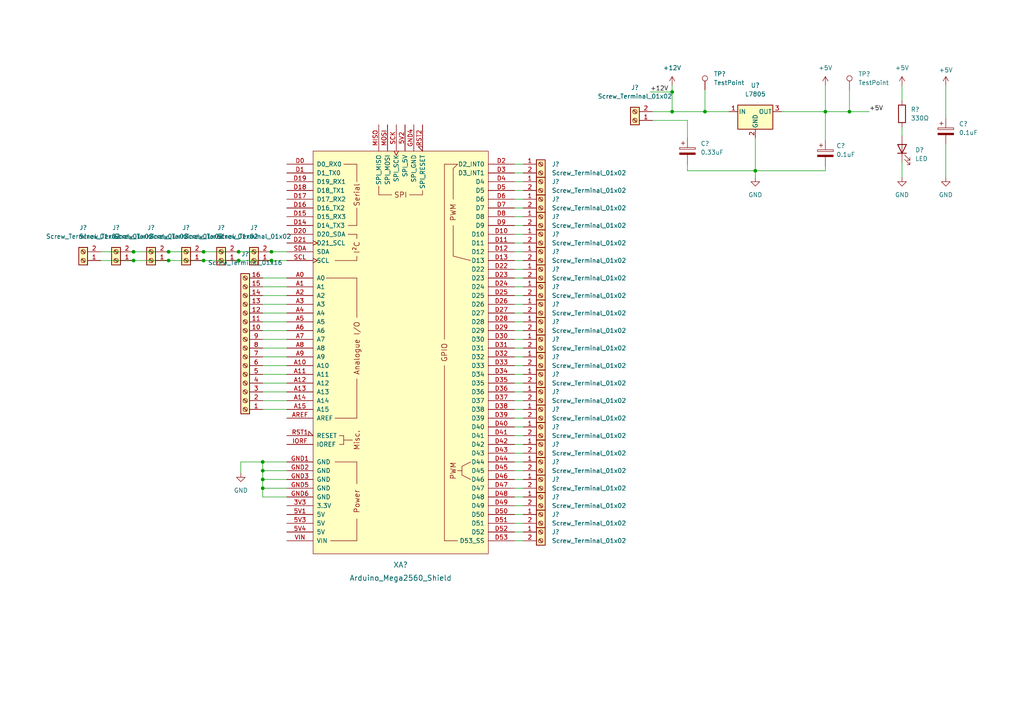
<source format=kicad_sch>
(kicad_sch (version 20211123) (generator eeschema)
  (paper "A4")
  (lib_symbols
    (symbol "Connector:Screw_Terminal_01x02" (pin_names (offset 1.016) hide)
      (property "Reference" "J" (at 0 2.54 0))
      (property "Value" "Screw_Terminal_01x02" (at 0 -5.08 0))
      (symbol "Screw_Terminal_01x02_1_1"
        (rectangle (start -1.27 1.27) (end 1.27 -3.81) (stroke (width 0.254)) (fill (type background)))
        (circle (center 0 -2.54) (radius 0.635) (stroke (width 0.1524)))
        (polyline (pts (xy -0.5334 -2.2098) (xy 0.3302 -3.048)) (stroke (width 0.1524)))
        (polyline (pts (xy -0.5334 0.3302) (xy 0.3302 -0.508)) (stroke (width 0.1524)))
        (polyline (pts (xy -0.3556 -2.032) (xy 0.508 -2.8702)) (stroke (width 0.1524)))
        (polyline (pts (xy -0.3556 0.508) (xy 0.508 -0.3302)) (stroke (width 0.1524)))
        (circle (center 0 0) (radius 0.635) (stroke (width 0.1524)))
        (pin passive line (at -5.08 0 0) (length 3.81) (name "Pin_1") (number "1"))
        (pin passive line (at -5.08 -2.54 0) (length 3.81) (name "Pin_2") (number "2"))
      )
    )
    (symbol "Connector:Screw_Terminal_01x16" (pin_names (offset 1.016) hide)
      (property "Reference" "J" (at 0 20.32 0))
      (property "Value" "Screw_Terminal_01x16" (at 0 -22.86 0))
      (symbol "Screw_Terminal_01x16_1_1"
        (rectangle (start -1.27 19.05) (end 1.27 -21.59) (stroke (width 0.254)) (fill (type background)))
        (circle (center 0 -20.32) (radius 0.635) (stroke (width 0.1524)))
        (circle (center 0 -17.78) (radius 0.635) (stroke (width 0.1524)))
        (circle (center 0 -15.24) (radius 0.635) (stroke (width 0.1524)))
        (circle (center 0 -12.7) (radius 0.635) (stroke (width 0.1524)))
        (circle (center 0 -10.16) (radius 0.635) (stroke (width 0.1524)))
        (circle (center 0 -7.62) (radius 0.635) (stroke (width 0.1524)))
        (circle (center 0 -5.08) (radius 0.635) (stroke (width 0.1524)))
        (circle (center 0 -2.54) (radius 0.635) (stroke (width 0.1524)))
        (polyline (pts (xy -0.5334 -19.9898) (xy 0.3302 -20.828)) (stroke (width 0.1524)))
        (polyline (pts (xy -0.5334 -17.4498) (xy 0.3302 -18.288)) (stroke (width 0.1524)))
        (polyline (pts (xy -0.5334 -14.9098) (xy 0.3302 -15.748)) (stroke (width 0.1524)))
        (polyline (pts (xy -0.5334 -12.3698) (xy 0.3302 -13.208)) (stroke (width 0.1524)))
        (polyline (pts (xy -0.5334 -9.8298) (xy 0.3302 -10.668)) (stroke (width 0.1524)))
        (polyline (pts (xy -0.5334 -7.2898) (xy 0.3302 -8.128)) (stroke (width 0.1524)))
        (polyline (pts (xy -0.5334 -4.7498) (xy 0.3302 -5.588)) (stroke (width 0.1524)))
        (polyline (pts (xy -0.5334 -2.2098) (xy 0.3302 -3.048)) (stroke (width 0.1524)))
        (polyline (pts (xy -0.5334 0.3302) (xy 0.3302 -0.508)) (stroke (width 0.1524)))
        (polyline (pts (xy -0.5334 2.8702) (xy 0.3302 2.032)) (stroke (width 0.1524)))
        (polyline (pts (xy -0.5334 5.4102) (xy 0.3302 4.572)) (stroke (width 0.1524)))
        (polyline (pts (xy -0.5334 7.9502) (xy 0.3302 7.112)) (stroke (width 0.1524)))
        (polyline (pts (xy -0.5334 10.4902) (xy 0.3302 9.652)) (stroke (width 0.1524)))
        (polyline (pts (xy -0.5334 13.0302) (xy 0.3302 12.192)) (stroke (width 0.1524)))
        (polyline (pts (xy -0.5334 15.5702) (xy 0.3302 14.732)) (stroke (width 0.1524)))
        (polyline (pts (xy -0.5334 18.1102) (xy 0.3302 17.272)) (stroke (width 0.1524)))
        (polyline (pts (xy -0.3556 -19.812) (xy 0.508 -20.6502)) (stroke (width 0.1524)))
        (polyline (pts (xy -0.3556 -17.272) (xy 0.508 -18.1102)) (stroke (width 0.1524)))
        (polyline (pts (xy -0.3556 -14.732) (xy 0.508 -15.5702)) (stroke (width 0.1524)))
        (polyline (pts (xy -0.3556 -12.192) (xy 0.508 -13.0302)) (stroke (width 0.1524)))
        (polyline (pts (xy -0.3556 -9.652) (xy 0.508 -10.4902)) (stroke (width 0.1524)))
        (polyline (pts (xy -0.3556 -7.112) (xy 0.508 -7.9502)) (stroke (width 0.1524)))
        (polyline (pts (xy -0.3556 -4.572) (xy 0.508 -5.4102)) (stroke (width 0.1524)))
        (polyline (pts (xy -0.3556 -2.032) (xy 0.508 -2.8702)) (stroke (width 0.1524)))
        (polyline (pts (xy -0.3556 0.508) (xy 0.508 -0.3302)) (stroke (width 0.1524)))
        (polyline (pts (xy -0.3556 3.048) (xy 0.508 2.2098)) (stroke (width 0.1524)))
        (polyline (pts (xy -0.3556 5.588) (xy 0.508 4.7498)) (stroke (width 0.1524)))
        (polyline (pts (xy -0.3556 8.128) (xy 0.508 7.2898)) (stroke (width 0.1524)))
        (polyline (pts (xy -0.3556 10.668) (xy 0.508 9.8298)) (stroke (width 0.1524)))
        (polyline (pts (xy -0.3556 13.208) (xy 0.508 12.3698)) (stroke (width 0.1524)))
        (polyline (pts (xy -0.3556 15.748) (xy 0.508 14.9098)) (stroke (width 0.1524)))
        (polyline (pts (xy -0.3556 18.288) (xy 0.508 17.4498)) (stroke (width 0.1524)))
        (circle (center 0 0) (radius 0.635) (stroke (width 0.1524)))
        (circle (center 0 2.54) (radius 0.635) (stroke (width 0.1524)))
        (circle (center 0 5.08) (radius 0.635) (stroke (width 0.1524)))
        (circle (center 0 7.62) (radius 0.635) (stroke (width 0.1524)))
        (circle (center 0 10.16) (radius 0.635) (stroke (width 0.1524)))
        (circle (center 0 12.7) (radius 0.635) (stroke (width 0.1524)))
        (circle (center 0 15.24) (radius 0.635) (stroke (width 0.1524)))
        (circle (center 0 17.78) (radius 0.635) (stroke (width 0.1524)))
        (pin passive line (at -5.08 17.78 0) (length 3.81) (name "Pin_1") (number "1"))
        (pin passive line (at -5.08 -5.08 0) (length 3.81) (name "Pin_10") (number "10"))
        (pin passive line (at -5.08 -7.62 0) (length 3.81) (name "Pin_11") (number "11"))
        (pin passive line (at -5.08 -10.16 0) (length 3.81) (name "Pin_12") (number "12"))
        (pin passive line (at -5.08 -12.7 0) (length 3.81) (name "Pin_13") (number "13"))
        (pin passive line (at -5.08 -15.24 0) (length 3.81) (name "Pin_14") (number "14"))
        (pin passive line (at -5.08 -17.78 0) (length 3.81) (name "Pin_15") (number "15"))
        (pin passive line (at -5.08 -20.32 0) (length 3.81) (name "Pin_16") (number "16"))
        (pin passive line (at -5.08 15.24 0) (length 3.81) (name "Pin_2") (number "2"))
        (pin passive line (at -5.08 12.7 0) (length 3.81) (name "Pin_3") (number "3"))
        (pin passive line (at -5.08 10.16 0) (length 3.81) (name "Pin_4") (number "4"))
        (pin passive line (at -5.08 7.62 0) (length 3.81) (name "Pin_5") (number "5"))
        (pin passive line (at -5.08 5.08 0) (length 3.81) (name "Pin_6") (number "6"))
        (pin passive line (at -5.08 2.54 0) (length 3.81) (name "Pin_7") (number "7"))
        (pin passive line (at -5.08 0 0) (length 3.81) (name "Pin_8") (number "8"))
        (pin passive line (at -5.08 -2.54 0) (length 3.81) (name "Pin_9") (number "9"))
      )
    )
    (symbol "Connector:TestPoint" (pin_numbers hide) (pin_names (offset 0.762) hide)
      (property "Reference" "TP" (at 0 6.858 0))
      (property "Value" "TestPoint" (at 0 5.08 0))
      (symbol "TestPoint_0_1"
        (circle (center 0 3.302) (radius 0.762))
      )
      (symbol "TestPoint_1_1"
        (pin passive line (at 0 0 90) (length 2.54) (name "1") (number "1"))
      )
    )
    (symbol "Device:C_Polarized" (pin_numbers hide) (pin_names (offset 0.254))
      (property "Reference" "C" (at 0.635 2.54 0))
      (property "Value" "C_Polarized" (at 0.635 -2.54 0))
      (symbol "C_Polarized_0_1"
        (rectangle (start -2.286 0.508) (end 2.286 1.016))
        (polyline (pts (xy -1.778 2.286) (xy -0.762 2.286)))
        (polyline (pts (xy -1.27 2.794) (xy -1.27 1.778)))
        (rectangle (start 2.286 -0.508) (end -2.286 -1.016) (fill (type outline)))
      )
      (symbol "C_Polarized_1_1"
        (pin passive line (at 0 3.81 270) (length 2.794) (name "~") (number "1"))
        (pin passive line (at 0 -3.81 90) (length 2.794) (name "~") (number "2"))
      )
    )
    (symbol "Device:LED" (pin_numbers hide) (pin_names (offset 1.016) hide)
      (property "Reference" "D" (at 0 2.54 0))
      (property "Value" "LED" (at 0 -2.54 0))
      (symbol "LED_0_1"
        (polyline (pts (xy -1.27 -1.27) (xy -1.27 1.27)) (stroke (width 0.254)))
        (polyline (pts (xy -1.27 0) (xy 1.27 0)))
        (polyline (pts (xy 1.27 -1.27) (xy 1.27 1.27) (xy -1.27 0) (xy 1.27 -1.27)) (stroke (width 0.254)))
        (polyline (pts (xy -3.048 -0.762) (xy -4.572 -2.286) (xy -3.81 -2.286) (xy -4.572 -2.286) (xy -4.572 -1.524)))
        (polyline (pts (xy -1.778 -0.762) (xy -3.302 -2.286) (xy -2.54 -2.286) (xy -3.302 -2.286) (xy -3.302 -1.524)))
      )
      (symbol "LED_1_1"
        (pin passive line (at -3.81 0 0) (length 2.54) (name "K") (number "1"))
        (pin passive line (at 3.81 0 180) (length 2.54) (name "A") (number "2"))
      )
    )
    (symbol "Device:R" (pin_numbers hide) (pin_names (offset 0))
      (property "Reference" "R" (at 2.032 0 90))
      (property "Value" "R" (at 0 0 90))
      (symbol "R_0_1"
        (rectangle (start -1.016 -2.54) (end 1.016 2.54) (stroke (width 0.254)))
      )
      (symbol "R_1_1"
        (pin passive line (at 0 3.81 270) (length 1.27) (name "~") (number "1"))
        (pin passive line (at 0 -3.81 90) (length 1.27) (name "~") (number "2"))
      )
    )
    (symbol "Regulator_Linear:L7805" (pin_names (offset 0.254))
      (property "Reference" "U" (at -3.81 3.175 0))
      (property "Value" "L7805" (at 0 3.175 0))
      (symbol "L7805_0_1"
        (rectangle (start -5.08 1.905) (end 5.08 -5.08) (stroke (width 0.254)) (fill (type background)))
      )
      (symbol "L7805_1_1"
        (pin power_in line (at -7.62 0 0) (length 2.54) (name "IN") (number "1"))
        (pin power_in line (at 0 -7.62 90) (length 2.54) (name "GND") (number "2"))
        (pin power_out line (at 7.62 0 180) (length 2.54) (name "OUT") (number "3"))
      )
    )
    (symbol "arduino:Arduino_Mega2560_Shield" (pin_names (offset 1.016))
      (property "Reference" "XA" (at 2.54 0 90))
      (property "Value" "Arduino_Mega2560_Shield" (at -2.54 0 90))
      (symbol "Arduino_Mega2560_Shield_0_0"
        (rectangle (start -25.4 -58.42) (end 25.4 58.42) (fill (type background)))
        (rectangle (start -20.32 -54.61) (end -12.7 -54.61))
        (rectangle (start -19.05 -31.75) (end -12.7 -31.75))
        (rectangle (start -19.05 -19.05) (end -12.7 -19.05))
        (rectangle (start -19.05 26.67) (end -12.7 26.67))
        (rectangle (start -17.78 -26.67) (end -16.51 -26.67))
        (rectangle (start -17.78 -24.13) (end -16.51 -24.13))
        (rectangle (start -16.51 -25.4) (end -13.97 -25.4))
        (rectangle (start -16.51 -24.13) (end -16.51 -26.67))
        (rectangle (start -16.51 54.61) (end -12.7 54.61))
        (rectangle (start -15.24 34.29) (end -12.7 34.29))
        (rectangle (start -15.24 36.83) (end -12.7 36.83))
        (rectangle (start -12.7 -54.61) (end -12.7 -48.26))
        (rectangle (start -12.7 -31.75) (end -12.7 -38.1))
        (rectangle (start -12.7 26.67) (end -12.7 27.94))
        (rectangle (start -12.7 34.29) (end -12.7 33.02))
        (rectangle (start -12.7 41.91) (end -12.7 36.83))
        (rectangle (start -12.7 49.53) (end -12.7 54.61))
        (rectangle (start -6.35 48.26) (end -6.35 45.72))
        (rectangle (start -2.54 45.72) (end -6.35 45.72))
        (polyline (pts (xy -21.59 21.59) (xy -12.7 21.59)))
        (polyline (pts (xy -12.7 -19.05) (xy -12.7 -7.62)))
        (polyline (pts (xy -12.7 10.16) (xy -12.7 21.59)))
        (polyline (pts (xy 12.7 -54.61) (xy 16.51 -54.61)))
        (polyline (pts (xy 12.7 54.61) (xy 16.51 54.61)))
        (polyline (pts (xy 17.78 -34.29) (xy 16.51 -34.29)))
        (polyline (pts (xy 15.24 36.83) (xy 15.24 27.94) (xy 20.32 26.67)))
        (polyline (pts (xy 15.24 44.45) (xy 15.24 53.34) (xy 16.51 54.61)))
        (polyline (pts (xy 20.32 -31.75) (xy 17.78 -33.02) (xy 17.78 -35.56) (xy 20.32 -36.83)))
        (rectangle (start 6.35 45.72) (end 2.54 45.72))
        (rectangle (start 6.35 46.99) (end 6.35 45.72))
        (text "Analogue I/O" (at -12.7 1.27 900) (effects (font (size 1.524 1.524))))
        (text "I²C" (at -12.7 30.48 900) (effects (font (size 1.524 1.524))))
        (text "Misc." (at -12.7 -25.4 900) (effects (font (size 1.524 1.524))))
        (text "Power" (at -12.7 -43.18 900) (effects (font (size 1.524 1.524))))
        (text "PWM" (at 15.24 -34.29 900) (effects (font (size 1.524 1.524))))
        (text "PWM" (at 15.24 40.64 900) (effects (font (size 1.524 1.524))))
        (text "Serial" (at -12.7 45.72 900) (effects (font (size 1.524 1.524))))
        (text "SPI" (at 0 45.72 0) (effects (font (size 1.524 1.524))))
      )
      (symbol "Arduino_Mega2560_Shield_1_0"
        (rectangle (start 12.7 -54.61) (end 12.7 -3.81))
        (rectangle (start 12.7 54.61) (end 12.7 3.81))
        (text "GPIO" (at 12.7 0 900) (effects (font (size 1.524 1.524))))
      )
      (symbol "Arduino_Mega2560_Shield_1_1"
        (pin power_in line (at -33.02 -44.45 0) (length 7.62) (name "3.3V") (number "3V3"))
        (pin power_in line (at -33.02 -46.99 0) (length 7.62) (name "5V") (number "5V1"))
        (pin power_in line (at 1.27 66.04 270) (length 7.62) (name "SPI_5V") (number "5V2"))
        (pin power_in line (at -33.02 -49.53 0) (length 7.62) (name "5V") (number "5V3"))
        (pin power_in line (at -33.02 -52.07 0) (length 7.62) (name "5V") (number "5V4"))
        (pin bidirectional line (at -33.02 21.59 0) (length 7.62) (name "A0") (number "A0"))
        (pin bidirectional line (at -33.02 19.05 0) (length 7.62) (name "A1") (number "A1"))
        (pin bidirectional line (at -33.02 -3.81 0) (length 7.62) (name "A10") (number "A10"))
        (pin bidirectional line (at -33.02 -6.35 0) (length 7.62) (name "A11") (number "A11"))
        (pin bidirectional line (at -33.02 -8.89 0) (length 7.62) (name "A12") (number "A12"))
        (pin bidirectional line (at -33.02 -11.43 0) (length 7.62) (name "A13") (number "A13"))
        (pin bidirectional line (at -33.02 -13.97 0) (length 7.62) (name "A14") (number "A14"))
        (pin bidirectional line (at -33.02 -16.51 0) (length 7.62) (name "A15") (number "A15"))
        (pin bidirectional line (at -33.02 16.51 0) (length 7.62) (name "A2") (number "A2"))
        (pin bidirectional line (at -33.02 13.97 0) (length 7.62) (name "A3") (number "A3"))
        (pin bidirectional line (at -33.02 11.43 0) (length 7.62) (name "A4") (number "A4"))
        (pin bidirectional line (at -33.02 8.89 0) (length 7.62) (name "A5") (number "A5"))
        (pin bidirectional line (at -33.02 6.35 0) (length 7.62) (name "A6") (number "A6"))
        (pin bidirectional line (at -33.02 3.81 0) (length 7.62) (name "A7") (number "A7"))
        (pin bidirectional line (at -33.02 1.27 0) (length 7.62) (name "A8") (number "A8"))
        (pin bidirectional line (at -33.02 -1.27 0) (length 7.62) (name "A9") (number "A9"))
        (pin input line (at -33.02 -19.05 0) (length 7.62) (name "AREF") (number "AREF"))
        (pin bidirectional line (at -33.02 54.61 0) (length 7.62) (name "D0_RX0") (number "D0"))
        (pin bidirectional line (at -33.02 52.07 0) (length 7.62) (name "D1_TX0") (number "D1"))
        (pin bidirectional line (at 33.02 34.29 180) (length 7.62) (name "D10") (number "D10"))
        (pin bidirectional line (at 33.02 31.75 180) (length 7.62) (name "D11") (number "D11"))
        (pin bidirectional line (at 33.02 29.21 180) (length 7.62) (name "D12") (number "D12"))
        (pin bidirectional line (at 33.02 26.67 180) (length 7.62) (name "D13") (number "D13"))
        (pin bidirectional line (at -33.02 36.83 0) (length 7.62) (name "D14_TX3") (number "D14"))
        (pin bidirectional line (at -33.02 39.37 0) (length 7.62) (name "D15_RX3") (number "D15"))
        (pin bidirectional line (at -33.02 41.91 0) (length 7.62) (name "D16_TX2") (number "D16"))
        (pin bidirectional line (at -33.02 44.45 0) (length 7.62) (name "D17_RX2") (number "D17"))
        (pin bidirectional line (at -33.02 46.99 0) (length 7.62) (name "D18_TX1") (number "D18"))
        (pin bidirectional line (at -33.02 49.53 0) (length 7.62) (name "D19_RX1") (number "D19"))
        (pin bidirectional line (at 33.02 54.61 180) (length 7.62) (name "D2_INT0") (number "D2"))
        (pin bidirectional line (at -33.02 34.29 0) (length 7.62) (name "D20_SDA") (number "D20"))
        (pin bidirectional clock (at -33.02 31.75 0) (length 7.62) (name "D21_SCL") (number "D21"))
        (pin bidirectional line (at 33.02 24.13 180) (length 7.62) (name "D22") (number "D22"))
        (pin bidirectional line (at 33.02 21.59 180) (length 7.62) (name "D23") (number "D23"))
        (pin bidirectional line (at 33.02 19.05 180) (length 7.62) (name "D24") (number "D24"))
        (pin bidirectional line (at 33.02 16.51 180) (length 7.62) (name "D25") (number "D25"))
        (pin bidirectional line (at 33.02 13.97 180) (length 7.62) (name "D26") (number "D26"))
        (pin bidirectional line (at 33.02 11.43 180) (length 7.62) (name "D27") (number "D27"))
        (pin bidirectional line (at 33.02 8.89 180) (length 7.62) (name "D28") (number "D28"))
        (pin bidirectional line (at 33.02 6.35 180) (length 7.62) (name "D29") (number "D29"))
        (pin bidirectional line (at 33.02 52.07 180) (length 7.62) (name "D3_INT1") (number "D3"))
        (pin bidirectional line (at 33.02 3.81 180) (length 7.62) (name "D30") (number "D30"))
        (pin bidirectional line (at 33.02 1.27 180) (length 7.62) (name "D31") (number "D31"))
        (pin bidirectional line (at 33.02 -1.27 180) (length 7.62) (name "D32") (number "D32"))
        (pin bidirectional line (at 33.02 -3.81 180) (length 7.62) (name "D33") (number "D33"))
        (pin bidirectional line (at 33.02 -6.35 180) (length 7.62) (name "D34") (number "D34"))
        (pin bidirectional line (at 33.02 -8.89 180) (length 7.62) (name "D35") (number "D35"))
        (pin bidirectional line (at 33.02 -11.43 180) (length 7.62) (name "D36") (number "D36"))
        (pin bidirectional line (at 33.02 -13.97 180) (length 7.62) (name "D37") (number "D37"))
        (pin bidirectional line (at 33.02 -16.51 180) (length 7.62) (name "D38") (number "D38"))
        (pin bidirectional line (at 33.02 -19.05 180) (length 7.62) (name "D39") (number "D39"))
        (pin bidirectional line (at 33.02 49.53 180) (length 7.62) (name "D4") (number "D4"))
        (pin bidirectional line (at 33.02 -21.59 180) (length 7.62) (name "D40") (number "D40"))
        (pin bidirectional line (at 33.02 -24.13 180) (length 7.62) (name "D41") (number "D41"))
        (pin bidirectional line (at 33.02 -26.67 180) (length 7.62) (name "D42") (number "D42"))
        (pin bidirectional line (at 33.02 -29.21 180) (length 7.62) (name "D43") (number "D43"))
        (pin bidirectional line (at 33.02 -31.75 180) (length 7.62) (name "D44") (number "D44"))
        (pin bidirectional line (at 33.02 -34.29 180) (length 7.62) (name "D45") (number "D45"))
        (pin bidirectional line (at 33.02 -36.83 180) (length 7.62) (name "D46") (number "D46"))
        (pin bidirectional line (at 33.02 -39.37 180) (length 7.62) (name "D47") (number "D47"))
        (pin bidirectional line (at 33.02 -41.91 180) (length 7.62) (name "D48") (number "D48"))
        (pin bidirectional line (at 33.02 -44.45 180) (length 7.62) (name "D49") (number "D49"))
        (pin bidirectional line (at 33.02 46.99 180) (length 7.62) (name "D5") (number "D5"))
        (pin bidirectional line (at 33.02 -46.99 180) (length 7.62) (name "D50") (number "D50"))
        (pin bidirectional line (at 33.02 -49.53 180) (length 7.62) (name "D51") (number "D51"))
        (pin bidirectional line (at 33.02 -52.07 180) (length 7.62) (name "D52") (number "D52"))
        (pin bidirectional line (at 33.02 -54.61 180) (length 7.62) (name "D53_SS") (number "D53"))
        (pin bidirectional line (at 33.02 44.45 180) (length 7.62) (name "D6") (number "D6"))
        (pin bidirectional line (at 33.02 41.91 180) (length 7.62) (name "D7") (number "D7"))
        (pin bidirectional line (at 33.02 39.37 180) (length 7.62) (name "D8") (number "D8"))
        (pin bidirectional line (at 33.02 36.83 180) (length 7.62) (name "D9") (number "D9"))
        (pin power_in line (at -33.02 -31.75 0) (length 7.62) (name "GND") (number "GND1"))
        (pin power_in line (at -33.02 -34.29 0) (length 7.62) (name "GND") (number "GND2"))
        (pin power_in line (at -33.02 -36.83 0) (length 7.62) (name "GND") (number "GND3"))
        (pin power_in line (at 3.81 66.04 270) (length 7.62) (name "SPI_GND") (number "GND4"))
        (pin power_in line (at -33.02 -39.37 0) (length 7.62) (name "GND") (number "GND5"))
        (pin power_in line (at -33.02 -41.91 0) (length 7.62) (name "GND") (number "GND6"))
        (pin output line (at -33.02 -26.67 0) (length 7.62) (name "IOREF") (number "IORF"))
        (pin input line (at -6.35 66.04 270) (length 7.62) (name "SPI_MISO") (number "MISO"))
        (pin output line (at -3.81 66.04 270) (length 7.62) (name "SPI_MOSI") (number "MOSI"))
        (pin open_collector input_low (at -33.02 -24.13 0) (length 7.62) (name "RESET") (number "RST1"))
        (pin open_collector input_low (at 6.35 66.04 270) (length 7.62) (name "SPI_RESET") (number "RST2"))
        (pin output clock (at -1.27 66.04 270) (length 7.62) (name "SPI_SCK") (number "SCK"))
        (pin bidirectional clock (at -33.02 26.67 0) (length 7.62) (name "SCL") (number "SCL"))
        (pin bidirectional line (at -33.02 29.21 0) (length 7.62) (name "SDA") (number "SDA"))
        (pin power_in line (at -33.02 -54.61 0) (length 7.62) (name "VIN") (number "VIN"))
      )
    )
    (symbol "power:+12V" (power) (pin_names (offset 0))
      (property "Value" "+12V" (at 0 3.556 0))
      (symbol "+12V_0_1"
        (polyline (pts (xy -0.762 1.27) (xy 0 2.54)))
        (polyline (pts (xy 0 0) (xy 0 2.54)))
        (polyline (pts (xy 0 2.54) (xy 0.762 1.27)))
      )
      (symbol "+12V_1_1"
        (pin power_in line (at 0 0 90) (length 0) hide (name "+12V") (number "1"))
      )
    )
    (symbol "power:+5V" (power) (pin_names (offset 0))
      (property "Value" "+5V" (at 0 3.556 0))
      (symbol "+5V_0_1"
        (polyline (pts (xy -0.762 1.27) (xy 0 2.54)))
        (polyline (pts (xy 0 0) (xy 0 2.54)))
        (polyline (pts (xy 0 2.54) (xy 0.762 1.27)))
      )
      (symbol "+5V_1_1"
        (pin power_in line (at 0 0 90) (length 0) hide (name "+5V") (number "1"))
      )
    )
    (symbol "power:GND" (power) (pin_names (offset 0))
      (property "Value" "GND" (at 0 -3.81 0))
      (symbol "GND_0_1"
        (polyline (pts (xy 0 0) (xy 0 -1.27) (xy 1.27 -1.27) (xy 0 -2.54) (xy -1.27 -1.27) (xy 0 -1.27)))
      )
      (symbol "GND_1_1"
        (pin power_in line (at 0 0 270) (length 0) hide (name "GND") (number "1"))
      )
    )
  )
  (junction (at 78.74 75.565))
  (junction (at 239.395 32.385))
  (junction (at 204.47 32.385))
  (junction (at 194.945 32.385))
  (junction (at 78.74 73.025))
  (junction (at 48.895 75.565))
  (junction (at 69.215 75.565))
  (junction (at 246.38 32.385))
  (junction (at 59.055 73.025))
  (junction (at 76.2 136.525))
  (junction (at 69.215 73.025))
  (junction (at 76.2 139.065))
  (junction (at 219.075 49.53))
  (junction (at 59.055 75.565))
  (junction (at 48.895 73.025))
  (junction (at 76.2 141.605))
  (junction (at 194.945 26.67))
  (junction (at 76.2 133.985))
  (junction (at 38.735 73.025))
  (junction (at 38.735 75.565))
  (wire (pts (xy 151.765 100.965) (xy 149.225 100.965)))
  (wire (pts (xy 151.765 62.865) (xy 149.225 62.865)))
  (wire (pts (xy 69.85 133.985) (xy 76.2 133.985)))
  (wire (pts (xy 246.38 26.035) (xy 246.38 32.385)))
  (wire (pts (xy 151.765 118.745) (xy 149.225 118.745)))
  (wire (pts (xy 151.765 60.325) (xy 149.225 60.325)))
  (wire (pts (xy 151.765 50.165) (xy 149.225 50.165)))
  (wire (pts (xy 274.32 24.765) (xy 274.32 34.29)))
  (wire (pts (xy 151.765 70.485) (xy 149.225 70.485)))
  (wire (pts (xy 219.075 40.005) (xy 219.075 49.53)))
  (wire (pts (xy 219.075 51.435) (xy 219.075 49.53)))
  (wire (pts (xy 76.2 141.605) (xy 76.2 139.065)))
  (wire (pts (xy 29.21 73.025) (xy 38.735 73.025)))
  (wire (pts (xy 29.21 75.565) (xy 38.735 75.565)))
  (wire (pts (xy 151.765 65.405) (xy 149.225 65.405)))
  (wire (pts (xy 151.765 126.365) (xy 149.225 126.365)))
  (wire (pts (xy 151.765 52.705) (xy 149.225 52.705)))
  (wire (pts (xy 76.2 139.065) (xy 76.2 136.525)))
  (wire (pts (xy 38.735 73.025) (xy 48.895 73.025)))
  (wire (pts (xy 151.765 98.425) (xy 149.225 98.425)))
  (wire (pts (xy 151.765 90.805) (xy 149.225 90.805)))
  (wire (pts (xy 199.39 34.925) (xy 199.39 40.005)))
  (wire (pts (xy 76.2 106.045) (xy 83.185 106.045)))
  (wire (pts (xy 261.62 24.765) (xy 261.62 29.21)))
  (wire (pts (xy 76.2 85.725) (xy 83.185 85.725)))
  (wire (pts (xy 76.2 144.145) (xy 76.2 141.605)))
  (wire (pts (xy 76.2 113.665) (xy 83.185 113.665)))
  (wire (pts (xy 76.2 111.125) (xy 83.185 111.125)))
  (wire (pts (xy 151.765 108.585) (xy 149.225 108.585)))
  (wire (pts (xy 239.395 49.53) (xy 239.395 48.26)))
  (wire (pts (xy 151.765 73.025) (xy 149.225 73.025)))
  (wire (pts (xy 151.765 136.525) (xy 149.225 136.525)))
  (wire (pts (xy 76.2 133.985) (xy 83.185 133.985)))
  (wire (pts (xy 76.2 95.885) (xy 83.185 95.885)))
  (wire (pts (xy 38.735 75.565) (xy 48.895 75.565)))
  (wire (pts (xy 239.395 24.765) (xy 239.395 32.385)))
  (wire (pts (xy 83.185 141.605) (xy 76.2 141.605)))
  (wire (pts (xy 189.23 34.925) (xy 199.39 34.925)))
  (wire (pts (xy 76.2 83.185) (xy 83.185 83.185)))
  (wire (pts (xy 151.765 47.625) (xy 149.225 47.625)))
  (wire (pts (xy 59.055 73.025) (xy 69.215 73.025)))
  (wire (pts (xy 151.765 139.065) (xy 149.225 139.065)))
  (wire (pts (xy 76.2 80.645) (xy 83.185 80.645)))
  (wire (pts (xy 151.765 106.045) (xy 149.225 106.045)))
  (wire (pts (xy 76.2 90.805) (xy 83.185 90.805)))
  (wire (pts (xy 151.765 123.825) (xy 149.225 123.825)))
  (wire (pts (xy 151.765 151.765) (xy 149.225 151.765)))
  (wire (pts (xy 76.2 136.525) (xy 76.2 133.985)))
  (wire (pts (xy 204.47 32.385) (xy 194.945 32.385)))
  (wire (pts (xy 261.62 51.435) (xy 261.62 46.99)))
  (wire (pts (xy 151.765 83.185) (xy 149.225 83.185)))
  (wire (pts (xy 151.765 121.285) (xy 149.225 121.285)))
  (wire (pts (xy 151.765 131.445) (xy 149.225 131.445)))
  (wire (pts (xy 151.765 85.725) (xy 149.225 85.725)))
  (wire (pts (xy 151.765 67.945) (xy 149.225 67.945)))
  (wire (pts (xy 151.765 78.105) (xy 149.225 78.105)))
  (wire (pts (xy 194.945 32.385) (xy 189.23 32.385)))
  (wire (pts (xy 69.215 73.025) (xy 78.74 73.025)))
  (wire (pts (xy 76.2 103.505) (xy 83.185 103.505)))
  (wire (pts (xy 188.595 26.67) (xy 194.945 26.67)))
  (wire (pts (xy 151.765 154.305) (xy 149.225 154.305)))
  (wire (pts (xy 83.185 136.525) (xy 76.2 136.525)))
  (wire (pts (xy 83.185 144.145) (xy 76.2 144.145)))
  (wire (pts (xy 151.765 75.565) (xy 149.225 75.565)))
  (wire (pts (xy 151.765 156.845) (xy 149.225 156.845)))
  (wire (pts (xy 151.765 141.605) (xy 149.225 141.605)))
  (wire (pts (xy 151.765 80.645) (xy 149.225 80.645)))
  (wire (pts (xy 151.765 113.665) (xy 149.225 113.665)))
  (wire (pts (xy 151.765 57.785) (xy 149.225 57.785)))
  (wire (pts (xy 151.765 149.225) (xy 149.225 149.225)))
  (wire (pts (xy 76.2 118.745) (xy 83.185 118.745)))
  (wire (pts (xy 76.2 93.345) (xy 83.185 93.345)))
  (wire (pts (xy 59.055 75.565) (xy 69.215 75.565)))
  (wire (pts (xy 151.765 116.205) (xy 149.225 116.205)))
  (wire (pts (xy 151.765 144.145) (xy 149.225 144.145)))
  (wire (pts (xy 151.765 146.685) (xy 149.225 146.685)))
  (wire (pts (xy 199.39 47.625) (xy 199.39 49.53)))
  (wire (pts (xy 151.765 103.505) (xy 149.225 103.505)))
  (wire (pts (xy 204.47 26.035) (xy 204.47 32.385)))
  (wire (pts (xy 246.38 32.385) (xy 239.395 32.385)))
  (wire (pts (xy 151.765 88.265) (xy 149.225 88.265)))
  (wire (pts (xy 274.32 51.435) (xy 274.32 41.91)))
  (wire (pts (xy 151.765 133.985) (xy 149.225 133.985)))
  (wire (pts (xy 219.075 49.53) (xy 239.395 49.53)))
  (wire (pts (xy 78.74 75.565) (xy 83.185 75.565)))
  (wire (pts (xy 261.62 36.83) (xy 261.62 39.37)))
  (wire (pts (xy 199.39 49.53) (xy 219.075 49.53)))
  (wire (pts (xy 246.38 32.385) (xy 252.095 32.385)))
  (wire (pts (xy 76.2 116.205) (xy 83.185 116.205)))
  (wire (pts (xy 204.47 32.385) (xy 211.455 32.385)))
  (wire (pts (xy 76.2 100.965) (xy 83.185 100.965)))
  (wire (pts (xy 226.695 32.385) (xy 239.395 32.385)))
  (wire (pts (xy 151.765 93.345) (xy 149.225 93.345)))
  (wire (pts (xy 151.765 111.125) (xy 149.225 111.125)))
  (wire (pts (xy 76.2 108.585) (xy 83.185 108.585)))
  (wire (pts (xy 194.945 24.765) (xy 194.945 26.67)))
  (wire (pts (xy 76.2 88.265) (xy 83.185 88.265)))
  (wire (pts (xy 239.395 32.385) (xy 239.395 40.64)))
  (wire (pts (xy 48.895 73.025) (xy 59.055 73.025)))
  (wire (pts (xy 76.2 98.425) (xy 83.185 98.425)))
  (wire (pts (xy 194.945 26.67) (xy 194.945 32.385)))
  (wire (pts (xy 48.895 75.565) (xy 59.055 75.565)))
  (wire (pts (xy 151.765 95.885) (xy 149.225 95.885)))
  (wire (pts (xy 151.765 55.245) (xy 149.225 55.245)))
  (wire (pts (xy 69.85 133.985) (xy 69.85 137.16)))
  (wire (pts (xy 83.185 139.065) (xy 76.2 139.065)))
  (wire (pts (xy 78.74 73.025) (xy 83.185 73.025)))
  (wire (pts (xy 151.765 128.905) (xy 149.225 128.905)))
  (wire (pts (xy 69.215 75.565) (xy 78.74 75.565)))
  (label "+5V" (at 252.095 32.385 0))
  (label "+12V" (at 188.595 26.67 0))
  (symbol (lib_id "Connector:Screw_Terminal_01x02") (at 156.845 108.585 0) (unit 1)
    (property "Reference" "J?" (at 160.02 108.5849 0) (effects (justify left)))
    (property "Value" "Screw_Terminal_01x02" (at 160.02 111.1249 0) (effects (justify left)))
  )
  (symbol (lib_id "Connector:Screw_Terminal_01x02") (at 156.845 47.625 0) (unit 1)
    (property "Reference" "J?" (at 160.02 47.6249 0) (effects (justify left)))
    (property "Value" "Screw_Terminal_01x02" (at 160.02 50.1649 0) (effects (justify left)))
  )
  (symbol (lib_id "Device:LED") (at 261.62 43.18 90) (unit 1)
    (property "Reference" "D?" (at 265.43 43.4974 90) (effects (justify right)))
    (property "Value" "LED" (at 265.43 46.0374 90) (effects (justify right)))
    (property "Footprint" "LED_THT:LED_D5.0mm" (effects hide))
  )
  (symbol (lib_id "power:GND") (at 274.32 51.435 0) (unit 1)
    (property "Reference" "#PWR?" (effects hide))
    (property "Value" "GND" (at 274.32 56.515 0))
  )
  (symbol (lib_id "Device:C_Polarized") (at 199.39 43.815 0) (unit 1)
    (property "Reference" "C?" (at 203.2 41.6559 0) (effects (justify left)))
    (property "Value" "0.33uF" (at 203.2 44.1959 0) (effects (justify left)))
    (property "Footprint" "Capacitor_THT:CP_Radial_D5.0mm_P2.50mm" (effects hide))
  )
  (symbol (lib_id "Connector:Screw_Terminal_01x02") (at 156.845 83.185 0) (unit 1)
    (property "Reference" "J?" (at 160.02 83.1849 0) (effects (justify left)))
    (property "Value" "Screw_Terminal_01x02" (at 160.02 85.7249 0) (effects (justify left)))
  )
  (symbol (lib_id "Connector:Screw_Terminal_01x02") (at 156.845 93.345 0) (unit 1)
    (property "Reference" "J?" (at 160.02 93.3449 0) (effects (justify left)))
    (property "Value" "Screw_Terminal_01x02" (at 160.02 95.8849 0) (effects (justify left)))
  )
  (symbol (lib_id "Connector:TestPoint") (at 204.47 26.035 0) (unit 1)
    (property "Reference" "TP?" (at 207.01 21.4629 0) (effects (justify left)))
    (property "Value" "TestPoint" (at 207.01 24.0029 0) (effects (justify left)))
    (property "Footprint" "TestPoint:TestPoint_Pad_D1.5mm" (effects hide))
  )
  (symbol (lib_id "Connector:Screw_Terminal_01x02") (at 156.845 52.705 0) (unit 1)
    (property "Reference" "J?" (at 160.02 52.7049 0) (effects (justify left)))
    (property "Value" "Screw_Terminal_01x02" (at 160.02 55.2449 0) (effects (justify left)))
  )
  (symbol (lib_id "Connector:Screw_Terminal_01x02") (at 156.845 88.265 0) (unit 1)
    (property "Reference" "J?" (at 160.02 88.2649 0) (effects (justify left)))
    (property "Value" "Screw_Terminal_01x02" (at 160.02 90.8049 0) (effects (justify left)))
  )
  (symbol (lib_id "Connector:Screw_Terminal_01x02") (at 156.845 98.425 0) (unit 1)
    (property "Reference" "J?" (at 160.02 98.4249 0) (effects (justify left)))
    (property "Value" "Screw_Terminal_01x02" (at 160.02 100.9649 0) (effects (justify left)))
  )
  (symbol (lib_id "Device:R") (at 261.62 33.02 0) (unit 1)
    (property "Reference" "R?" (at 264.16 31.7499 0) (effects (justify left)))
    (property "Value" "330Ω" (at 264.16 34.2899 0) (effects (justify left)))
    (property "Footprint" "Resistor_THT:R_Axial_DIN0207_L6.3mm_D2.5mm_P10.16mm_Horizontal" (effects hide))
  )
  (symbol (lib_id "power:+12V") (at 194.945 24.765 0) (unit 1)
    (property "Reference" "#PWR?" (effects hide))
    (property "Value" "+12V" (at 194.945 19.685 0))
  )
  (symbol (lib_id "arduino:Arduino_Mega2560_Shield") (at 116.205 102.235 0) (unit 1)
    (property "Reference" "XA?" (at 116.205 163.83 0) (effects (font (size 1.524 1.524))))
    (property "Value" "Arduino_Mega2560_Shield" (at 116.205 167.64 0) (effects (font (size 1.524 1.524))))
    (property "Footprint" "Arduino:Arduino_Mega2560_Shield" (effects hide))
    (property "Datasheet" "https://store.arduino.cc/arduino-mega-2560-rev3" (effects hide))
  )
  (symbol (lib_id "power:+5V") (at 239.395 24.765 0) (unit 1)
    (property "Reference" "#PWR?" (effects hide))
    (property "Value" "+5V" (at 239.395 19.685 0))
  )
  (symbol (lib_id "Connector:Screw_Terminal_01x02") (at 156.845 139.065 0) (unit 1)
    (property "Reference" "J?" (at 160.02 139.0649 0) (effects (justify left)))
    (property "Value" "Screw_Terminal_01x02" (at 160.02 141.6049 0) (effects (justify left)))
  )
  (symbol (lib_id "Connector:Screw_Terminal_01x02") (at 53.975 75.565 180) (unit 1)
    (property "Reference" "J?" (at 53.975 66.04 0))
    (property "Value" "Screw_Terminal_01x02" (at 53.975 68.58 0))
  )
  (symbol (lib_id "Connector:Screw_Terminal_01x02") (at 33.655 75.565 180) (unit 1)
    (property "Reference" "J?" (at 33.655 66.04 0))
    (property "Value" "Screw_Terminal_01x02" (at 33.655 68.58 0))
  )
  (symbol (lib_id "Connector:Screw_Terminal_01x02") (at 156.845 118.745 0) (unit 1)
    (property "Reference" "J?" (at 160.02 118.7449 0) (effects (justify left)))
    (property "Value" "Screw_Terminal_01x02" (at 160.02 121.2849 0) (effects (justify left)))
  )
  (symbol (lib_id "power:GND") (at 219.075 51.435 0) (unit 1)
    (property "Reference" "#PWR?" (effects hide))
    (property "Value" "GND" (at 219.075 56.515 0))
  )
  (symbol (lib_id "power:+5V") (at 261.62 24.765 0) (unit 1)
    (property "Reference" "#PWR?" (effects hide))
    (property "Value" "+5V" (at 261.62 19.685 0))
  )
  (symbol (lib_id "Device:C_Polarized") (at 274.32 38.1 0) (unit 1)
    (property "Reference" "C?" (at 278.13 35.9409 0) (effects (justify left)))
    (property "Value" "0.1uF" (at 278.13 38.4809 0) (effects (justify left)))
    (property "Footprint" "Capacitor_THT:CP_Radial_D5.0mm_P2.50mm" (effects hide))
  )
  (symbol (lib_id "Connector:Screw_Terminal_01x16") (at 71.12 100.965 180) (unit 1)
    (property "Reference" "J?" (at 71.12 73.66 0))
    (property "Value" "Screw_Terminal_01x16" (at 71.12 76.2 0))
  )
  (symbol (lib_id "Connector:Screw_Terminal_01x02") (at 156.845 123.825 0) (unit 1)
    (property "Reference" "J?" (at 160.02 123.8249 0) (effects (justify left)))
    (property "Value" "Screw_Terminal_01x02" (at 160.02 126.3649 0) (effects (justify left)))
  )
  (symbol (lib_id "Connector:Screw_Terminal_01x02") (at 156.845 67.945 0) (unit 1)
    (property "Reference" "J?" (at 160.02 67.9449 0) (effects (justify left)))
    (property "Value" "Screw_Terminal_01x02" (at 160.02 70.4849 0) (effects (justify left)))
  )
  (symbol (lib_id "Connector:Screw_Terminal_01x02") (at 156.845 128.905 0) (unit 1)
    (property "Reference" "J?" (at 160.02 128.9049 0) (effects (justify left)))
    (property "Value" "Screw_Terminal_01x02" (at 160.02 131.4449 0) (effects (justify left)))
  )
  (symbol (lib_id "Connector:Screw_Terminal_01x02") (at 24.13 75.565 180) (unit 1)
    (property "Reference" "J?" (at 24.13 66.04 0))
    (property "Value" "Screw_Terminal_01x02" (at 24.13 68.58 0))
  )
  (symbol (lib_id "Connector:TestPoint") (at 246.38 26.035 0) (unit 1)
    (property "Reference" "TP?" (at 248.92 21.4629 0) (effects (justify left)))
    (property "Value" "TestPoint" (at 248.92 24.0029 0) (effects (justify left)))
    (property "Footprint" "TestPoint:TestPoint_Pad_D1.5mm" (effects hide))
  )
  (symbol (lib_id "Connector:Screw_Terminal_01x02") (at 156.845 103.505 0) (unit 1)
    (property "Reference" "J?" (at 160.02 103.5049 0) (effects (justify left)))
    (property "Value" "Screw_Terminal_01x02" (at 160.02 106.0449 0) (effects (justify left)))
  )
  (symbol (lib_id "Connector:Screw_Terminal_01x02") (at 156.845 133.985 0) (unit 1)
    (property "Reference" "J?" (at 160.02 133.9849 0) (effects (justify left)))
    (property "Value" "Screw_Terminal_01x02" (at 160.02 136.5249 0) (effects (justify left)))
  )
  (symbol (lib_id "Device:C_Polarized") (at 239.395 44.45 0) (unit 1)
    (property "Reference" "C?" (at 242.57 42.2909 0) (effects (justify left)))
    (property "Value" "0.1uF" (at 242.57 44.8309 0) (effects (justify left)))
    (property "Footprint" "Capacitor_THT:CP_Radial_D5.0mm_P2.50mm" (effects hide))
  )
  (symbol (lib_id "power:GND") (at 261.62 51.435 0) (unit 1)
    (property "Reference" "#PWR?" (effects hide))
    (property "Value" "GND" (at 261.62 56.515 0))
  )
  (symbol (lib_id "Connector:Screw_Terminal_01x02") (at 43.815 75.565 180) (unit 1)
    (property "Reference" "J?" (at 43.815 66.04 0))
    (property "Value" "Screw_Terminal_01x02" (at 43.815 68.58 0))
  )
  (symbol (lib_id "power:+5V") (at 274.32 24.765 0) (unit 1)
    (property "Reference" "#PWR?" (effects hide))
    (property "Value" "+5V" (at 274.32 20.32 0))
  )
  (symbol (lib_id "Connector:Screw_Terminal_01x02") (at 156.845 57.785 0) (unit 1)
    (property "Reference" "J?" (at 160.02 57.7849 0) (effects (justify left)))
    (property "Value" "Screw_Terminal_01x02" (at 160.02 60.3249 0) (effects (justify left)))
  )
  (symbol (lib_id "Connector:Screw_Terminal_01x02") (at 73.66 75.565 180) (unit 1)
    (property "Reference" "J?" (at 73.66 66.04 0))
    (property "Value" "Screw_Terminal_01x02" (at 73.66 68.58 0))
  )
  (symbol (lib_id "Connector:Screw_Terminal_01x02") (at 156.845 154.305 0) (unit 1)
    (property "Reference" "J?" (at 160.02 154.3049 0) (effects (justify left)))
    (property "Value" "Screw_Terminal_01x02" (at 160.02 156.8449 0) (effects (justify left)))
  )
  (symbol (lib_id "Connector:Screw_Terminal_01x02") (at 156.845 78.105 0) (unit 1)
    (property "Reference" "J?" (at 160.02 78.1049 0) (effects (justify left)))
    (property "Value" "Screw_Terminal_01x02" (at 160.02 80.6449 0) (effects (justify left)))
  )
  (symbol (lib_id "Regulator_Linear:L7805") (at 219.075 32.385 0) (unit 1)
    (property "Reference" "U?" (at 219.075 24.765 0))
    (property "Value" "L7805" (at 219.075 27.305 0))
    (property "Footprint" "Package_TO_SOT_THT:TO-220-3_Vertical" (effects hide))
    (property "Datasheet" "http://www.st.com/content/ccc/resource/technical/document/datasheet/41/4f/b3/b0/12/d4/47/88/CD00000444.pdf/files/CD00000444.pdf/jcr:content/translations/en.CD00000444.pdf" (effects hide))
  )
  (symbol (lib_id "power:GND") (at 69.85 137.16 0) (unit 1)
    (property "Reference" "#PWR?" (effects hide))
    (property "Value" "GND" (at 69.85 142.24 0))
  )
  (symbol (lib_id "Connector:Screw_Terminal_01x02") (at 156.845 113.665 0) (unit 1)
    (property "Reference" "J?" (at 160.02 113.6649 0) (effects (justify left)))
    (property "Value" "Screw_Terminal_01x02" (at 160.02 116.2049 0) (effects (justify left)))
  )
  (symbol (lib_id "Connector:Screw_Terminal_01x02") (at 184.15 34.925 180) (unit 1)
    (property "Reference" "J?" (at 184.15 25.4 0))
    (property "Value" "Screw_Terminal_01x02" (at 184.15 27.94 0))
  )
  (symbol (lib_id "Connector:Screw_Terminal_01x02") (at 156.845 149.225 0) (unit 1)
    (property "Reference" "J?" (at 160.02 149.2249 0) (effects (justify left)))
    (property "Value" "Screw_Terminal_01x02" (at 160.02 151.7649 0) (effects (justify left)))
  )
  (symbol (lib_id "Connector:Screw_Terminal_01x02") (at 156.845 144.145 0) (unit 1)
    (property "Reference" "J?" (at 160.02 144.1449 0) (effects (justify left)))
    (property "Value" "Screw_Terminal_01x02" (at 160.02 146.6849 0) (effects (justify left)))
  )
  (symbol (lib_id "Connector:Screw_Terminal_01x02") (at 156.845 62.865 0) (unit 1)
    (property "Reference" "J?" (at 160.02 62.8649 0) (effects (justify left)))
    (property "Value" "Screw_Terminal_01x02" (at 160.02 65.4049 0) (effects (justify left)))
  )
  (symbol (lib_id "Connector:Screw_Terminal_01x02") (at 64.135 75.565 180) (unit 1)
    (property "Reference" "J?" (at 64.135 66.04 0))
    (property "Value" "Screw_Terminal_01x02" (at 64.135 68.58 0))
  )
  (symbol (lib_id "Connector:Screw_Terminal_01x02") (at 156.845 73.025 0) (unit 1)
    (property "Reference" "J?" (at 160.02 73.0249 0) (effects (justify left)))
    (property "Value" "Screw_Terminal_01x02" (at 160.02 75.5649 0) (effects (justify left)))
  )
)
</source>
